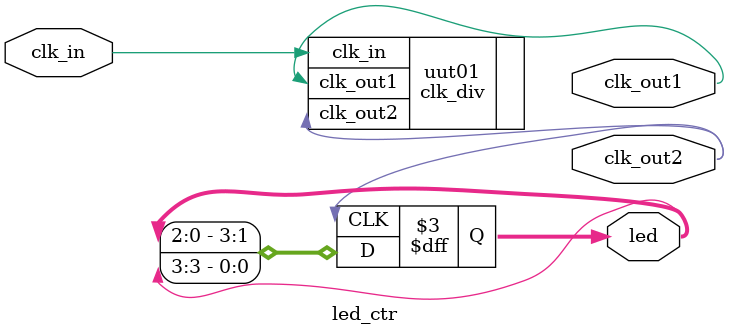
<source format=v>
`timescale 1ns / 1ps


module led_ctr(
    input clk_in,
    output clk_out1,
    output clk_out2,
    output [3:0] led
    );
    clk_div uut01(
      .clk_in(clk_in), //125,000,000 Hz
	  .clk_out1(clk_out1), //5,000,000 Hz
      .clk_out2(clk_out2) //1Hz
    );
    reg [3:0] led;
    initial begin
        led <= 4'b0001;
    end
    
    always @(posedge clk_out2) begin
        led <= {led[2:0],led[3]};
    end
endmodule

</source>
